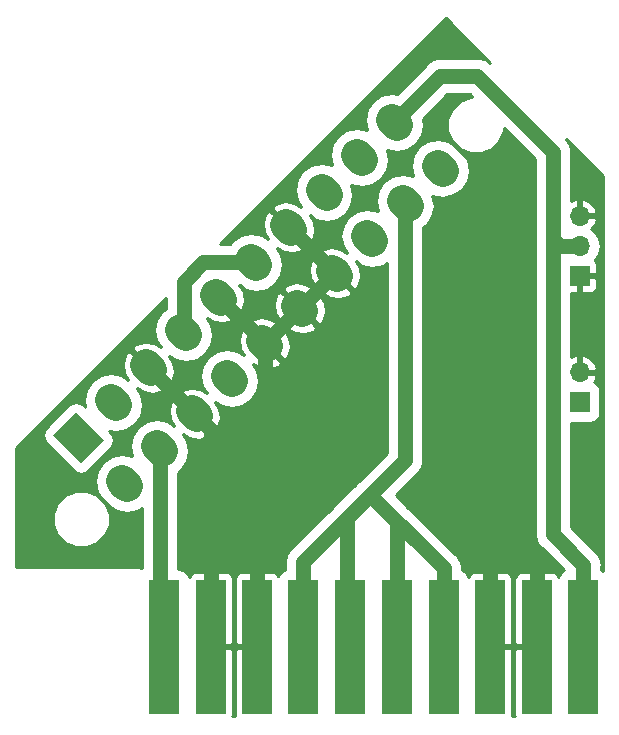
<source format=gbr>
G04 #@! TF.GenerationSoftware,KiCad,Pcbnew,5.0.0-fee4fd1~65~ubuntu17.10.1*
G04 #@! TF.CreationDate,2018-07-28T17:47:53-07:00*
G04 #@! TF.ProjectId,_autosave-ATX2PCjr,5F6175746F736176652D415458325043,rev?*
G04 #@! TF.SameCoordinates,Original*
G04 #@! TF.FileFunction,Copper,L1,Top,Signal*
G04 #@! TF.FilePolarity,Positive*
%FSLAX46Y46*%
G04 Gerber Fmt 4.6, Leading zero omitted, Abs format (unit mm)*
G04 Created by KiCad (PCBNEW 5.0.0-fee4fd1~65~ubuntu17.10.1) date Sat Jul 28 17:47:53 2018*
%MOMM*%
%LPD*%
G01*
G04 APERTURE LIST*
G04 #@! TA.AperFunction,ComponentPad*
%ADD10C,2.700000*%
G04 #@! TD*
G04 #@! TA.AperFunction,Conductor*
%ADD11C,0.100000*%
G04 #@! TD*
G04 #@! TA.AperFunction,Conductor*
%ADD12C,2.700000*%
G04 #@! TD*
G04 #@! TA.AperFunction,SMDPad,CuDef*
%ADD13R,2.500000X11.320000*%
G04 #@! TD*
G04 #@! TA.AperFunction,ComponentPad*
%ADD14R,1.700000X1.700000*%
G04 #@! TD*
G04 #@! TA.AperFunction,ComponentPad*
%ADD15O,1.700000X1.700000*%
G04 #@! TD*
G04 #@! TA.AperFunction,ViaPad*
%ADD16C,1.016000*%
G04 #@! TD*
G04 #@! TA.AperFunction,Conductor*
%ADD17C,1.270000*%
G04 #@! TD*
G04 #@! TA.AperFunction,Conductor*
%ADD18C,0.254000*%
G04 #@! TD*
G04 APERTURE END LIST*
D10*
G04 #@! TO.P,J1,1*
G04 #@! TO.N,Net-(J1-Pad1)*
X101380758Y-71979242D03*
D11*
G04 #@! TD*
G04 #@! TO.N,Net-(J1-Pad1)*
G04 #@! TO.C,J1*
G36*
X101592890Y-74100562D02*
X99259438Y-71767110D01*
X101168626Y-69857922D01*
X103502078Y-72191374D01*
X101592890Y-74100562D01*
X101592890Y-74100562D01*
G37*
D10*
G04 #@! TO.P,J1,2*
G04 #@! TO.N,Net-(J1-Pad2)*
X104350606Y-69009394D03*
D12*
G04 #@! TD*
G04 #@! TO.N,Net-(J1-Pad2)*
G04 #@! TO.C,J1*
X104138474Y-68797262D02*
X104562738Y-69221526D01*
D10*
G04 #@! TO.P,J1,3*
G04 #@! TO.N,/GND*
X107320455Y-66039545D03*
D12*
G04 #@! TD*
G04 #@! TO.N,/GND*
G04 #@! TO.C,J1*
X107108323Y-65827413D02*
X107532587Y-66251677D01*
D10*
G04 #@! TO.P,J1,4*
G04 #@! TO.N,/+5V*
X110290303Y-63069697D03*
D12*
G04 #@! TD*
G04 #@! TO.N,/+5V*
G04 #@! TO.C,J1*
X110078171Y-62857565D02*
X110502435Y-63281829D01*
D10*
G04 #@! TO.P,J1,5*
G04 #@! TO.N,/GND*
X113260152Y-60099848D03*
D12*
G04 #@! TD*
G04 #@! TO.N,/GND*
G04 #@! TO.C,J1*
X113048020Y-59887716D02*
X113472284Y-60311980D01*
D10*
G04 #@! TO.P,J1,6*
G04 #@! TO.N,/+5V*
X116230000Y-57130000D03*
D12*
G04 #@! TD*
G04 #@! TO.N,/+5V*
G04 #@! TO.C,J1*
X116017868Y-56917868D02*
X116442132Y-57342132D01*
D10*
G04 #@! TO.P,J1,7*
G04 #@! TO.N,/GND*
X119199849Y-54160151D03*
D12*
G04 #@! TD*
G04 #@! TO.N,/GND*
G04 #@! TO.C,J1*
X118987717Y-53948019D02*
X119411981Y-54372283D01*
D10*
G04 #@! TO.P,J1,8*
G04 #@! TO.N,Net-(J1-Pad8)*
X122169697Y-51190303D03*
D12*
G04 #@! TD*
G04 #@! TO.N,Net-(J1-Pad8)*
G04 #@! TO.C,J1*
X121957565Y-50978171D02*
X122381829Y-51402435D01*
D10*
G04 #@! TO.P,J1,9*
G04 #@! TO.N,Net-(J1-Pad9)*
X125139546Y-48220454D03*
D12*
G04 #@! TD*
G04 #@! TO.N,Net-(J1-Pad9)*
G04 #@! TO.C,J1*
X124927414Y-48008322D02*
X125351678Y-48432586D01*
D10*
G04 #@! TO.P,J1,10*
G04 #@! TO.N,/+12V*
X128109394Y-45250606D03*
D12*
G04 #@! TD*
G04 #@! TO.N,/+12V*
G04 #@! TO.C,J1*
X127897262Y-45038474D02*
X128321526Y-45462738D01*
D10*
G04 #@! TO.P,J1,11*
G04 #@! TO.N,Net-(J1-Pad11)*
X105269845Y-75868329D03*
D12*
G04 #@! TD*
G04 #@! TO.N,Net-(J1-Pad11)*
G04 #@! TO.C,J1*
X105057713Y-75656197D02*
X105481977Y-76080461D01*
D10*
G04 #@! TO.P,J1,12*
G04 #@! TO.N,/-12V*
X108239694Y-72898481D03*
D12*
G04 #@! TD*
G04 #@! TO.N,/-12V*
G04 #@! TO.C,J1*
X108027562Y-72686349D02*
X108451826Y-73110613D01*
D10*
G04 #@! TO.P,J1,13*
G04 #@! TO.N,/GND*
X111209542Y-69928632D03*
D12*
G04 #@! TD*
G04 #@! TO.N,/GND*
G04 #@! TO.C,J1*
X110997410Y-69716500D02*
X111421674Y-70140764D01*
D10*
G04 #@! TO.P,J1,14*
G04 #@! TO.N,/PS-ON*
X114179391Y-66958784D03*
D12*
G04 #@! TD*
G04 #@! TO.N,/PS-ON*
G04 #@! TO.C,J1*
X113967259Y-66746652D02*
X114391523Y-67170916D01*
D10*
G04 #@! TO.P,J1,15*
G04 #@! TO.N,/GND*
X117149239Y-63988935D03*
D12*
G04 #@! TD*
G04 #@! TO.N,/GND*
G04 #@! TO.C,J1*
X116937107Y-63776803D02*
X117361371Y-64201067D01*
D10*
G04 #@! TO.P,J1,16*
G04 #@! TO.N,/GND*
X120119088Y-61019087D03*
D12*
G04 #@! TD*
G04 #@! TO.N,/GND*
G04 #@! TO.C,J1*
X119906956Y-60806955D02*
X120331220Y-61231219D01*
D10*
G04 #@! TO.P,J1,17*
G04 #@! TO.N,/GND*
X123088936Y-58049238D03*
D12*
G04 #@! TD*
G04 #@! TO.N,/GND*
G04 #@! TO.C,J1*
X122876804Y-57837106D02*
X123301068Y-58261370D01*
D10*
G04 #@! TO.P,J1,18*
G04 #@! TO.N,Net-(J1-Pad18)*
X126058785Y-55079390D03*
D12*
G04 #@! TD*
G04 #@! TO.N,Net-(J1-Pad18)*
G04 #@! TO.C,J1*
X125846653Y-54867258D02*
X126270917Y-55291522D01*
D10*
G04 #@! TO.P,J1,19*
G04 #@! TO.N,/+5V*
X129028633Y-52109541D03*
D12*
G04 #@! TD*
G04 #@! TO.N,/+5V*
G04 #@! TO.C,J1*
X128816501Y-51897409D02*
X129240765Y-52321673D01*
D10*
G04 #@! TO.P,J1,20*
G04 #@! TO.N,/+5V*
X131998482Y-49139693D03*
D12*
G04 #@! TD*
G04 #@! TO.N,/+5V*
G04 #@! TO.C,J1*
X131786350Y-48927561D02*
X132210614Y-49351825D01*
D13*
G04 #@! TO.P,J2,1*
G04 #@! TO.N,/-12V*
X108630000Y-89660000D03*
G04 #@! TO.P,J2,2*
G04 #@! TO.N,/GND*
X112570000Y-89660000D03*
G04 #@! TO.P,J2,3*
X116510000Y-89660000D03*
G04 #@! TO.P,J2,4*
G04 #@! TO.N,/+5V*
X120380000Y-89660000D03*
G04 #@! TO.P,J2,5*
X124380000Y-89660000D03*
G04 #@! TO.P,J2,6*
X128350000Y-89660000D03*
G04 #@! TO.P,J2,7*
X132290000Y-89660000D03*
G04 #@! TO.P,J2,8*
G04 #@! TO.N,/GND*
X136240000Y-89660000D03*
G04 #@! TO.P,J2,9*
X140180000Y-89660000D03*
G04 #@! TO.P,J2,10*
G04 #@! TO.N,/+12V*
X144130000Y-89660000D03*
G04 #@! TD*
D14*
G04 #@! TO.P,J3,1*
G04 #@! TO.N,/PS-ON*
X143810000Y-68950000D03*
D15*
G04 #@! TO.P,J3,2*
G04 #@! TO.N,/GND*
X143810000Y-66410000D03*
G04 #@! TD*
D14*
G04 #@! TO.P,J4,1*
G04 #@! TO.N,/GND*
X143810000Y-58270000D03*
D15*
G04 #@! TO.P,J4,2*
G04 #@! TO.N,/+12V*
X143810000Y-55730000D03*
G04 #@! TO.P,J4,3*
G04 #@! TO.N,/GND*
X143810000Y-53190000D03*
G04 #@! TD*
D16*
G04 #@! TO.N,/GND*
X137900000Y-76830000D03*
X120170000Y-74860000D03*
G04 #@! TD*
D17*
G04 #@! TO.N,/GND*
X112570000Y-75229090D02*
X112570000Y-89660000D01*
X111209542Y-69928632D02*
X112570000Y-71289090D01*
X107320455Y-66039545D02*
X111209542Y-69928632D01*
X113260152Y-60099848D02*
X117149239Y-63988935D01*
X117149239Y-63988935D02*
X117149239Y-68298060D01*
X117149239Y-68298060D02*
X116510000Y-68937299D01*
X116510000Y-75229090D02*
X116510000Y-76830000D01*
X116510000Y-80770000D02*
X116510000Y-89660000D01*
X117149240Y-63988935D02*
X120119088Y-61019087D01*
X117149239Y-63988935D02*
X117149240Y-63988935D01*
X120119088Y-61019086D02*
X123088936Y-58049238D01*
X120119088Y-61019087D02*
X120119088Y-61019086D01*
X123088936Y-58049238D02*
X119199849Y-54160151D01*
X136240000Y-89660000D02*
X136240000Y-82430000D01*
X136240000Y-82430000D02*
X137900000Y-80770000D01*
X137900000Y-76830000D02*
X138220000Y-76830000D01*
X120170000Y-74860000D02*
X116510000Y-74860000D01*
X116510000Y-68937299D02*
X116510000Y-74860000D01*
X116510000Y-74860000D02*
X116510000Y-76830000D01*
X112570000Y-71289090D02*
X112290000Y-71009090D01*
X112570000Y-75229090D02*
X112570000Y-71289090D01*
X111209542Y-69928632D02*
X112290000Y-71009090D01*
X112290000Y-71009090D02*
X116510000Y-75229090D01*
X116510000Y-80770000D02*
X116510000Y-76830000D01*
X140180000Y-82730000D02*
X140180000Y-89660000D01*
X137900000Y-76830000D02*
X137900000Y-80450000D01*
X137900000Y-80450000D02*
X140180000Y-82730000D01*
G04 #@! TO.N,/+5V*
X114589663Y-57130000D02*
X116230000Y-57130000D01*
X111920876Y-57130000D02*
X114589663Y-57130000D01*
X110290303Y-58760573D02*
X111920876Y-57130000D01*
X110290303Y-63069697D02*
X110290303Y-58760573D01*
X120380000Y-82530000D02*
X120380000Y-89660000D01*
X126080000Y-76830000D02*
X120380000Y-82530000D01*
X132290000Y-83040000D02*
X132290000Y-89660000D01*
X126080000Y-76830000D02*
X132290000Y-83040000D01*
X128350000Y-89660000D02*
X128350000Y-79100000D01*
X124380000Y-85250000D02*
X124110000Y-84980000D01*
X124380000Y-89660000D02*
X124380000Y-85250000D01*
X124110000Y-84980000D02*
X124110000Y-78800000D01*
X129028633Y-73881367D02*
X129028633Y-52109541D01*
X126080000Y-76830000D02*
X129028633Y-73881367D01*
G04 #@! TO.N,/+12V*
X135163154Y-41370000D02*
X141562999Y-47769845D01*
X131990000Y-41370000D02*
X135163154Y-41370000D01*
X128109394Y-45250606D02*
X131990000Y-41370000D01*
X142132999Y-55730000D02*
X141562999Y-55160000D01*
X143810000Y-55730000D02*
X142132999Y-55730000D01*
X141562999Y-47769845D02*
X141562999Y-55160000D01*
X144130000Y-82730000D02*
X144130000Y-89660000D01*
X141562999Y-55160000D02*
X141562999Y-80162999D01*
X141562999Y-80162999D02*
X144130000Y-82730000D01*
G04 #@! TO.N,/-12V*
X108239694Y-89269694D02*
X108630000Y-89660000D01*
X108239694Y-76838481D02*
X108239694Y-89269694D01*
X108239694Y-76838481D02*
X108239694Y-72898481D01*
G04 #@! TD*
D18*
G04 #@! TO.N,/GND*
G36*
X136255615Y-40267061D02*
X135757789Y-39934424D01*
X135313251Y-39846000D01*
X135313246Y-39846000D01*
X135163154Y-39816145D01*
X135013062Y-39846000D01*
X132140097Y-39846000D01*
X131990000Y-39816144D01*
X131839903Y-39846000D01*
X131395365Y-39934424D01*
X130891258Y-40271258D01*
X130806234Y-40398505D01*
X128357568Y-42847171D01*
X127897262Y-42755610D01*
X127023648Y-42929384D01*
X126283034Y-43424246D01*
X125788172Y-44164860D01*
X125614398Y-45038474D01*
X125784980Y-45896040D01*
X124927414Y-45725458D01*
X124053800Y-45899232D01*
X123313186Y-46394094D01*
X122818324Y-47134708D01*
X122644550Y-48008322D01*
X122815132Y-48865889D01*
X121957565Y-48695307D01*
X121083951Y-48869081D01*
X120343337Y-49363943D01*
X119848475Y-50104557D01*
X119674701Y-50978171D01*
X119848475Y-51851785D01*
X120218423Y-52405452D01*
X120220819Y-52407848D01*
X119630011Y-52065518D01*
X118860717Y-51963020D01*
X118110758Y-52162719D01*
X117926099Y-52270762D01*
X117789292Y-52569989D01*
X119199849Y-53980546D01*
X119213992Y-53966404D01*
X119393597Y-54146009D01*
X119379454Y-54160151D01*
X120790011Y-55570708D01*
X121089238Y-55433901D01*
X121197281Y-55249242D01*
X121396980Y-54499283D01*
X121294482Y-53729989D01*
X120952152Y-53139181D01*
X120954548Y-53141577D01*
X121508215Y-53511526D01*
X122381829Y-53685299D01*
X123255443Y-53511526D01*
X123996057Y-53016663D01*
X124490920Y-52276049D01*
X124664693Y-51402435D01*
X124494112Y-50544869D01*
X125351678Y-50715450D01*
X126225292Y-50541677D01*
X126965906Y-50046814D01*
X127460769Y-49306200D01*
X127634542Y-48432586D01*
X127463961Y-47575021D01*
X128321526Y-47745602D01*
X129195140Y-47571829D01*
X129935754Y-47076966D01*
X130430617Y-46336352D01*
X130604390Y-45462738D01*
X130512829Y-45002432D01*
X132621261Y-42894000D01*
X134531893Y-42894000D01*
X134739915Y-43102022D01*
X134521412Y-43102022D01*
X133643354Y-43465726D01*
X132971318Y-44137762D01*
X132607614Y-45015820D01*
X132607614Y-45966224D01*
X132971318Y-46844282D01*
X133643354Y-47516318D01*
X134521412Y-47880022D01*
X135471816Y-47880022D01*
X136349874Y-47516318D01*
X137021910Y-46844282D01*
X137385614Y-45966224D01*
X137385614Y-45747721D01*
X140038999Y-48401106D01*
X140039000Y-55009899D01*
X140038999Y-55009904D01*
X140038999Y-55009908D01*
X140009144Y-55160000D01*
X140038999Y-55310092D01*
X140039000Y-80012902D01*
X140009144Y-80162999D01*
X140127424Y-80757634D01*
X140379234Y-81134495D01*
X140379236Y-81134497D01*
X140464258Y-81261741D01*
X140591502Y-81346763D01*
X142457712Y-83212973D01*
X142239067Y-83359067D01*
X142042581Y-83653130D01*
X142020215Y-83765570D01*
X141968327Y-83640301D01*
X141789698Y-83461673D01*
X141556309Y-83365000D01*
X140465750Y-83365000D01*
X140307000Y-83523750D01*
X140307000Y-89533000D01*
X140327000Y-89533000D01*
X140327000Y-89787000D01*
X140307000Y-89787000D01*
X140307000Y-89807000D01*
X140053000Y-89807000D01*
X140053000Y-89787000D01*
X138453750Y-89787000D01*
X138295000Y-89945750D01*
X138295000Y-95446310D01*
X138330080Y-95531000D01*
X138089920Y-95531000D01*
X138125000Y-95446310D01*
X138125000Y-89945750D01*
X137966250Y-89787000D01*
X136367000Y-89787000D01*
X136367000Y-89807000D01*
X136113000Y-89807000D01*
X136113000Y-89787000D01*
X136093000Y-89787000D01*
X136093000Y-89533000D01*
X136113000Y-89533000D01*
X136113000Y-83523750D01*
X136367000Y-83523750D01*
X136367000Y-89533000D01*
X137966250Y-89533000D01*
X138125000Y-89374250D01*
X138125000Y-83873690D01*
X138295000Y-83873690D01*
X138295000Y-89374250D01*
X138453750Y-89533000D01*
X140053000Y-89533000D01*
X140053000Y-83523750D01*
X139894250Y-83365000D01*
X138803691Y-83365000D01*
X138570302Y-83461673D01*
X138391673Y-83640301D01*
X138295000Y-83873690D01*
X138125000Y-83873690D01*
X138028327Y-83640301D01*
X137849698Y-83461673D01*
X137616309Y-83365000D01*
X136525750Y-83365000D01*
X136367000Y-83523750D01*
X136113000Y-83523750D01*
X135954250Y-83365000D01*
X134863691Y-83365000D01*
X134630302Y-83461673D01*
X134451673Y-83640301D01*
X134399785Y-83765570D01*
X134377419Y-83653130D01*
X134180933Y-83359067D01*
X133886870Y-83162581D01*
X133822037Y-83149685D01*
X133843855Y-83039999D01*
X133814000Y-82889907D01*
X133814000Y-82889903D01*
X133725576Y-82445365D01*
X133518441Y-82135366D01*
X133473765Y-82068503D01*
X133473764Y-82068502D01*
X133388742Y-81941258D01*
X133261499Y-81856237D01*
X129533765Y-78128503D01*
X129448742Y-78001258D01*
X129321497Y-77916235D01*
X128235261Y-76830000D01*
X130000129Y-75065132D01*
X130127375Y-74980109D01*
X130464209Y-74476002D01*
X130552633Y-74031464D01*
X130552633Y-74031460D01*
X130582488Y-73881367D01*
X130552633Y-73731274D01*
X130552633Y-54137932D01*
X130854993Y-53935901D01*
X131349856Y-53195287D01*
X131523629Y-52321673D01*
X131353048Y-51464108D01*
X132210614Y-51634689D01*
X133084228Y-51460916D01*
X133824842Y-50966053D01*
X134319705Y-50225439D01*
X134493478Y-49351825D01*
X134319705Y-48478211D01*
X133949756Y-47924544D01*
X133213631Y-47188419D01*
X132659964Y-46818471D01*
X131786350Y-46644697D01*
X130912736Y-46818471D01*
X130172122Y-47313333D01*
X129677260Y-48053947D01*
X129503486Y-48927561D01*
X129674068Y-49785127D01*
X128816501Y-49614545D01*
X127942887Y-49788319D01*
X127202273Y-50283181D01*
X126707411Y-51023795D01*
X126533637Y-51897409D01*
X126704219Y-52754976D01*
X125846653Y-52584394D01*
X124973039Y-52758168D01*
X124232425Y-53253030D01*
X123737563Y-53993644D01*
X123563789Y-54867258D01*
X123737563Y-55740872D01*
X124107511Y-56294539D01*
X124109909Y-56296937D01*
X123519098Y-55954605D01*
X122749804Y-55852107D01*
X121999845Y-56051806D01*
X121815186Y-56159849D01*
X121678379Y-56459076D01*
X123088936Y-57869633D01*
X123103078Y-57855490D01*
X123282684Y-58035096D01*
X123268541Y-58049238D01*
X124679098Y-59459795D01*
X124978325Y-59322988D01*
X125086368Y-59138329D01*
X125286067Y-58388370D01*
X125183569Y-57619076D01*
X124841237Y-57028265D01*
X124843636Y-57030664D01*
X125397303Y-57400613D01*
X126270917Y-57574386D01*
X127144531Y-57400613D01*
X127504634Y-57160000D01*
X127504633Y-73250106D01*
X125108506Y-75646233D01*
X125108503Y-75646235D01*
X125108501Y-75646237D01*
X124981258Y-75731258D01*
X124896237Y-75858501D01*
X123138501Y-77616238D01*
X123011259Y-77701258D01*
X122926239Y-77828500D01*
X119408504Y-81346235D01*
X119281258Y-81431258D01*
X118944424Y-81935366D01*
X118856000Y-82379904D01*
X118856000Y-82379908D01*
X118826145Y-82530000D01*
X118856000Y-82680092D01*
X118856000Y-83148086D01*
X118783130Y-83162581D01*
X118489067Y-83359067D01*
X118299408Y-83642912D01*
X118298327Y-83640301D01*
X118119698Y-83461673D01*
X117886309Y-83365000D01*
X116795750Y-83365000D01*
X116637000Y-83523750D01*
X116637000Y-89533000D01*
X116657000Y-89533000D01*
X116657000Y-89787000D01*
X116637000Y-89787000D01*
X116637000Y-89807000D01*
X116383000Y-89807000D01*
X116383000Y-89787000D01*
X114783750Y-89787000D01*
X114625000Y-89945750D01*
X114625000Y-95446310D01*
X114660080Y-95531000D01*
X114419920Y-95531000D01*
X114455000Y-95446310D01*
X114455000Y-89945750D01*
X114296250Y-89787000D01*
X112697000Y-89787000D01*
X112697000Y-89807000D01*
X112443000Y-89807000D01*
X112443000Y-89787000D01*
X112423000Y-89787000D01*
X112423000Y-89533000D01*
X112443000Y-89533000D01*
X112443000Y-83523750D01*
X112697000Y-83523750D01*
X112697000Y-89533000D01*
X114296250Y-89533000D01*
X114455000Y-89374250D01*
X114455000Y-83873690D01*
X114625000Y-83873690D01*
X114625000Y-89374250D01*
X114783750Y-89533000D01*
X116383000Y-89533000D01*
X116383000Y-83523750D01*
X116224250Y-83365000D01*
X115133691Y-83365000D01*
X114900302Y-83461673D01*
X114721673Y-83640301D01*
X114625000Y-83873690D01*
X114455000Y-83873690D01*
X114358327Y-83640301D01*
X114179698Y-83461673D01*
X113946309Y-83365000D01*
X112855750Y-83365000D01*
X112697000Y-83523750D01*
X112443000Y-83523750D01*
X112284250Y-83365000D01*
X111193691Y-83365000D01*
X110960302Y-83461673D01*
X110781673Y-83640301D01*
X110736541Y-83749260D01*
X110717419Y-83653130D01*
X110520933Y-83359067D01*
X110226870Y-83162581D01*
X109880000Y-83093584D01*
X109763694Y-83093584D01*
X109763694Y-74926872D01*
X110066054Y-74724841D01*
X110560917Y-73984227D01*
X110734690Y-73110613D01*
X110560917Y-72236999D01*
X110190968Y-71683332D01*
X110188569Y-71680933D01*
X110779380Y-72023265D01*
X111548674Y-72125763D01*
X112298633Y-71926064D01*
X112483292Y-71818021D01*
X112620099Y-71518794D01*
X111209542Y-70108237D01*
X111195400Y-70122380D01*
X111015794Y-69942774D01*
X111029937Y-69928632D01*
X109619380Y-68518075D01*
X109320153Y-68654882D01*
X109212110Y-68839541D01*
X109012411Y-69589500D01*
X109114909Y-70358794D01*
X109457241Y-70949605D01*
X109454843Y-70947207D01*
X108901176Y-70577259D01*
X108027562Y-70403485D01*
X107153948Y-70577259D01*
X106413334Y-71072121D01*
X105918472Y-71812735D01*
X105744698Y-72686349D01*
X105915280Y-73543915D01*
X105057713Y-73373333D01*
X104184099Y-73547107D01*
X103443485Y-74041969D01*
X102948623Y-74782583D01*
X102774849Y-75656197D01*
X102948623Y-76529811D01*
X103318571Y-77083478D01*
X104054696Y-77819603D01*
X104608363Y-78189552D01*
X105481977Y-78363325D01*
X106355591Y-78189552D01*
X106715694Y-77948939D01*
X106715694Y-83002591D01*
X106712783Y-83000646D01*
X106498388Y-82958000D01*
X106426000Y-82943601D01*
X106353612Y-82958000D01*
X96112000Y-82958000D01*
X96112000Y-78391260D01*
X99232174Y-78391260D01*
X99232174Y-79341664D01*
X99595878Y-80219722D01*
X100267914Y-80891758D01*
X101145972Y-81255462D01*
X102096376Y-81255462D01*
X102974434Y-80891758D01*
X103646470Y-80219722D01*
X104010174Y-79341664D01*
X104010174Y-78391260D01*
X103646470Y-77513202D01*
X102974434Y-76841166D01*
X102096376Y-76477462D01*
X101145972Y-76477462D01*
X100267914Y-76841166D01*
X99595878Y-77513202D01*
X99232174Y-78391260D01*
X96112000Y-78391260D01*
X96112000Y-72821446D01*
X97166336Y-71767110D01*
X98353022Y-71767110D01*
X98422019Y-72113980D01*
X98618505Y-72408043D01*
X100951957Y-74741495D01*
X101246020Y-74937981D01*
X101592890Y-75006978D01*
X101939760Y-74937981D01*
X102233823Y-74741495D01*
X104143011Y-72832307D01*
X104339497Y-72538244D01*
X104408494Y-72191374D01*
X104339497Y-71844504D01*
X104143011Y-71550441D01*
X103981306Y-71388736D01*
X104562738Y-71504390D01*
X105436352Y-71330617D01*
X106176966Y-70835754D01*
X106671829Y-70095140D01*
X106845602Y-69221526D01*
X106671829Y-68347912D01*
X106665521Y-68338470D01*
X109798985Y-68338470D01*
X111209542Y-69749027D01*
X111223684Y-69734884D01*
X111403290Y-69914490D01*
X111389147Y-69928632D01*
X112799704Y-71339189D01*
X113098931Y-71202382D01*
X113206974Y-71017723D01*
X113406673Y-70267764D01*
X113304175Y-69498470D01*
X112961843Y-68907659D01*
X112964242Y-68910058D01*
X113517909Y-69280007D01*
X114391523Y-69453780D01*
X115265137Y-69280007D01*
X116005751Y-68785144D01*
X116500614Y-68044530D01*
X116674387Y-67170916D01*
X116500614Y-66297302D01*
X116130665Y-65743635D01*
X116128266Y-65741236D01*
X116719077Y-66083568D01*
X117488371Y-66186066D01*
X118238330Y-65986367D01*
X118422989Y-65878324D01*
X118559796Y-65579097D01*
X117149239Y-64168540D01*
X117135097Y-64182683D01*
X116955491Y-64003077D01*
X116969634Y-63988935D01*
X117328844Y-63988935D01*
X118739401Y-65399492D01*
X119038628Y-65262685D01*
X119146671Y-65078026D01*
X119346370Y-64328067D01*
X119243872Y-63558773D01*
X118854781Y-62887263D01*
X118642649Y-62675131D01*
X117328844Y-63988935D01*
X116969634Y-63988935D01*
X115559077Y-62578378D01*
X115259850Y-62715185D01*
X115151807Y-62899844D01*
X114952108Y-63649803D01*
X115054606Y-64419097D01*
X115396938Y-65009908D01*
X115394540Y-65007510D01*
X114840873Y-64637562D01*
X113967259Y-64463788D01*
X113093645Y-64637562D01*
X112353031Y-65132424D01*
X111858169Y-65873038D01*
X111684395Y-66746652D01*
X111858169Y-67620266D01*
X112228117Y-68173933D01*
X112230515Y-68176331D01*
X111639704Y-67833999D01*
X110870410Y-67731501D01*
X110120451Y-67931200D01*
X109935792Y-68039243D01*
X109798985Y-68338470D01*
X106665521Y-68338470D01*
X106301880Y-67794245D01*
X106299480Y-67791845D01*
X106890293Y-68134178D01*
X107659587Y-68236676D01*
X108409546Y-68036977D01*
X108594205Y-67928934D01*
X108731012Y-67629707D01*
X107320455Y-66219150D01*
X107306313Y-66233293D01*
X107126708Y-66053688D01*
X107140850Y-66039545D01*
X105730293Y-64628988D01*
X105431066Y-64765795D01*
X105323023Y-64950454D01*
X105123324Y-65700413D01*
X105225822Y-66469707D01*
X105568155Y-67060520D01*
X105565755Y-67058120D01*
X105012088Y-66688172D01*
X104138474Y-66514398D01*
X103264860Y-66688172D01*
X102524246Y-67183034D01*
X102029384Y-67923648D01*
X101855610Y-68797262D01*
X101971265Y-69378695D01*
X101809559Y-69216989D01*
X101515496Y-69020503D01*
X101168626Y-68951506D01*
X100821756Y-69020503D01*
X100527693Y-69216989D01*
X98618505Y-71126177D01*
X98422019Y-71420240D01*
X98353022Y-71767110D01*
X97166336Y-71767110D01*
X108766304Y-60167143D01*
X108766303Y-61041306D01*
X108463943Y-61243337D01*
X107969081Y-61983951D01*
X107795307Y-62857565D01*
X107969081Y-63731179D01*
X108339029Y-64284846D01*
X108341425Y-64287242D01*
X107750617Y-63944912D01*
X106981323Y-63842414D01*
X106231364Y-64042113D01*
X106046705Y-64150156D01*
X105909898Y-64449383D01*
X107320455Y-65859940D01*
X107334598Y-65845798D01*
X107514203Y-66025403D01*
X107500060Y-66039545D01*
X108910617Y-67450102D01*
X109209844Y-67313295D01*
X109317887Y-67128636D01*
X109517586Y-66378677D01*
X109415088Y-65609383D01*
X109072758Y-65018575D01*
X109075154Y-65020971D01*
X109628821Y-65390920D01*
X110502435Y-65564693D01*
X111376049Y-65390920D01*
X112116663Y-64896057D01*
X112611526Y-64155443D01*
X112785299Y-63281829D01*
X112611526Y-62408215D01*
X112605218Y-62398773D01*
X115738682Y-62398773D01*
X117149239Y-63809330D01*
X118446071Y-62512497D01*
X118805284Y-62512497D01*
X119017416Y-62724629D01*
X119688926Y-63113720D01*
X120458220Y-63216218D01*
X121208179Y-63016519D01*
X121392838Y-62908476D01*
X121529645Y-62609249D01*
X120119088Y-61198692D01*
X118805284Y-62512497D01*
X118446071Y-62512497D01*
X118463043Y-62495525D01*
X118250911Y-62283393D01*
X117579401Y-61894302D01*
X116810107Y-61791804D01*
X116060148Y-61991503D01*
X115875489Y-62099546D01*
X115738682Y-62398773D01*
X112605218Y-62398773D01*
X112241577Y-61854548D01*
X112239177Y-61852148D01*
X112829990Y-62194481D01*
X113599284Y-62296979D01*
X114349243Y-62097280D01*
X114533902Y-61989237D01*
X114670709Y-61690010D01*
X113260152Y-60279453D01*
X113246010Y-60293596D01*
X113066404Y-60113990D01*
X113080547Y-60099848D01*
X113066405Y-60085706D01*
X113246010Y-59906101D01*
X113260152Y-59920243D01*
X113274294Y-59906100D01*
X113453900Y-60085706D01*
X113439757Y-60099848D01*
X114850314Y-61510405D01*
X115149541Y-61373598D01*
X115257584Y-61188939D01*
X115393116Y-60679955D01*
X117921957Y-60679955D01*
X118024455Y-61449249D01*
X118413546Y-62120759D01*
X118625678Y-62332891D01*
X119939483Y-61019087D01*
X120298693Y-61019087D01*
X121709250Y-62429644D01*
X122008477Y-62292837D01*
X122116520Y-62108178D01*
X122316219Y-61358219D01*
X122213721Y-60588925D01*
X121824630Y-59917415D01*
X121612498Y-59705283D01*
X120298693Y-61019087D01*
X119939483Y-61019087D01*
X118528926Y-59608530D01*
X118229699Y-59745337D01*
X118121656Y-59929996D01*
X117921957Y-60679955D01*
X115393116Y-60679955D01*
X115457283Y-60438980D01*
X115354785Y-59669686D01*
X115012455Y-59078878D01*
X115014851Y-59081274D01*
X115568518Y-59451223D01*
X116442132Y-59624996D01*
X117315746Y-59451223D01*
X117349117Y-59428925D01*
X118708531Y-59428925D01*
X120119088Y-60839482D01*
X121415921Y-59542648D01*
X121775132Y-59542648D01*
X121987264Y-59754780D01*
X122658774Y-60143871D01*
X123428068Y-60246369D01*
X124178027Y-60046670D01*
X124362686Y-59938627D01*
X124499493Y-59639400D01*
X123088936Y-58228843D01*
X121775132Y-59542648D01*
X121415921Y-59542648D01*
X121432892Y-59525677D01*
X121220760Y-59313545D01*
X120549250Y-58924454D01*
X119779956Y-58821956D01*
X119029997Y-59021655D01*
X118845338Y-59129698D01*
X118708531Y-59428925D01*
X117349117Y-59428925D01*
X118056360Y-58956360D01*
X118551223Y-58215746D01*
X118651801Y-57710106D01*
X120891805Y-57710106D01*
X120994303Y-58479400D01*
X121383394Y-59150910D01*
X121595526Y-59363042D01*
X122909331Y-58049238D01*
X121498774Y-56638681D01*
X121199547Y-56775488D01*
X121091504Y-56960147D01*
X120891805Y-57710106D01*
X118651801Y-57710106D01*
X118724996Y-57342132D01*
X118551223Y-56468518D01*
X118181274Y-55914851D01*
X118178874Y-55912451D01*
X118769687Y-56254784D01*
X119538981Y-56357282D01*
X120288940Y-56157583D01*
X120473599Y-56049540D01*
X120610406Y-55750313D01*
X119199849Y-54339756D01*
X119185707Y-54353899D01*
X119006102Y-54174294D01*
X119020244Y-54160151D01*
X117609687Y-52749594D01*
X117310460Y-52886401D01*
X117202417Y-53071060D01*
X117002718Y-53821019D01*
X117105216Y-54590313D01*
X117447549Y-55181126D01*
X117445149Y-55178726D01*
X116891482Y-54808778D01*
X116017868Y-54635004D01*
X115144254Y-54808778D01*
X114403640Y-55303640D01*
X114201610Y-55606000D01*
X113327446Y-55606000D01*
X132461000Y-36472447D01*
X136255615Y-40267061D01*
X136255615Y-40267061D01*
G37*
X136255615Y-40267061D02*
X135757789Y-39934424D01*
X135313251Y-39846000D01*
X135313246Y-39846000D01*
X135163154Y-39816145D01*
X135013062Y-39846000D01*
X132140097Y-39846000D01*
X131990000Y-39816144D01*
X131839903Y-39846000D01*
X131395365Y-39934424D01*
X130891258Y-40271258D01*
X130806234Y-40398505D01*
X128357568Y-42847171D01*
X127897262Y-42755610D01*
X127023648Y-42929384D01*
X126283034Y-43424246D01*
X125788172Y-44164860D01*
X125614398Y-45038474D01*
X125784980Y-45896040D01*
X124927414Y-45725458D01*
X124053800Y-45899232D01*
X123313186Y-46394094D01*
X122818324Y-47134708D01*
X122644550Y-48008322D01*
X122815132Y-48865889D01*
X121957565Y-48695307D01*
X121083951Y-48869081D01*
X120343337Y-49363943D01*
X119848475Y-50104557D01*
X119674701Y-50978171D01*
X119848475Y-51851785D01*
X120218423Y-52405452D01*
X120220819Y-52407848D01*
X119630011Y-52065518D01*
X118860717Y-51963020D01*
X118110758Y-52162719D01*
X117926099Y-52270762D01*
X117789292Y-52569989D01*
X119199849Y-53980546D01*
X119213992Y-53966404D01*
X119393597Y-54146009D01*
X119379454Y-54160151D01*
X120790011Y-55570708D01*
X121089238Y-55433901D01*
X121197281Y-55249242D01*
X121396980Y-54499283D01*
X121294482Y-53729989D01*
X120952152Y-53139181D01*
X120954548Y-53141577D01*
X121508215Y-53511526D01*
X122381829Y-53685299D01*
X123255443Y-53511526D01*
X123996057Y-53016663D01*
X124490920Y-52276049D01*
X124664693Y-51402435D01*
X124494112Y-50544869D01*
X125351678Y-50715450D01*
X126225292Y-50541677D01*
X126965906Y-50046814D01*
X127460769Y-49306200D01*
X127634542Y-48432586D01*
X127463961Y-47575021D01*
X128321526Y-47745602D01*
X129195140Y-47571829D01*
X129935754Y-47076966D01*
X130430617Y-46336352D01*
X130604390Y-45462738D01*
X130512829Y-45002432D01*
X132621261Y-42894000D01*
X134531893Y-42894000D01*
X134739915Y-43102022D01*
X134521412Y-43102022D01*
X133643354Y-43465726D01*
X132971318Y-44137762D01*
X132607614Y-45015820D01*
X132607614Y-45966224D01*
X132971318Y-46844282D01*
X133643354Y-47516318D01*
X134521412Y-47880022D01*
X135471816Y-47880022D01*
X136349874Y-47516318D01*
X137021910Y-46844282D01*
X137385614Y-45966224D01*
X137385614Y-45747721D01*
X140038999Y-48401106D01*
X140039000Y-55009899D01*
X140038999Y-55009904D01*
X140038999Y-55009908D01*
X140009144Y-55160000D01*
X140038999Y-55310092D01*
X140039000Y-80012902D01*
X140009144Y-80162999D01*
X140127424Y-80757634D01*
X140379234Y-81134495D01*
X140379236Y-81134497D01*
X140464258Y-81261741D01*
X140591502Y-81346763D01*
X142457712Y-83212973D01*
X142239067Y-83359067D01*
X142042581Y-83653130D01*
X142020215Y-83765570D01*
X141968327Y-83640301D01*
X141789698Y-83461673D01*
X141556309Y-83365000D01*
X140465750Y-83365000D01*
X140307000Y-83523750D01*
X140307000Y-89533000D01*
X140327000Y-89533000D01*
X140327000Y-89787000D01*
X140307000Y-89787000D01*
X140307000Y-89807000D01*
X140053000Y-89807000D01*
X140053000Y-89787000D01*
X138453750Y-89787000D01*
X138295000Y-89945750D01*
X138295000Y-95446310D01*
X138330080Y-95531000D01*
X138089920Y-95531000D01*
X138125000Y-95446310D01*
X138125000Y-89945750D01*
X137966250Y-89787000D01*
X136367000Y-89787000D01*
X136367000Y-89807000D01*
X136113000Y-89807000D01*
X136113000Y-89787000D01*
X136093000Y-89787000D01*
X136093000Y-89533000D01*
X136113000Y-89533000D01*
X136113000Y-83523750D01*
X136367000Y-83523750D01*
X136367000Y-89533000D01*
X137966250Y-89533000D01*
X138125000Y-89374250D01*
X138125000Y-83873690D01*
X138295000Y-83873690D01*
X138295000Y-89374250D01*
X138453750Y-89533000D01*
X140053000Y-89533000D01*
X140053000Y-83523750D01*
X139894250Y-83365000D01*
X138803691Y-83365000D01*
X138570302Y-83461673D01*
X138391673Y-83640301D01*
X138295000Y-83873690D01*
X138125000Y-83873690D01*
X138028327Y-83640301D01*
X137849698Y-83461673D01*
X137616309Y-83365000D01*
X136525750Y-83365000D01*
X136367000Y-83523750D01*
X136113000Y-83523750D01*
X135954250Y-83365000D01*
X134863691Y-83365000D01*
X134630302Y-83461673D01*
X134451673Y-83640301D01*
X134399785Y-83765570D01*
X134377419Y-83653130D01*
X134180933Y-83359067D01*
X133886870Y-83162581D01*
X133822037Y-83149685D01*
X133843855Y-83039999D01*
X133814000Y-82889907D01*
X133814000Y-82889903D01*
X133725576Y-82445365D01*
X133518441Y-82135366D01*
X133473765Y-82068503D01*
X133473764Y-82068502D01*
X133388742Y-81941258D01*
X133261499Y-81856237D01*
X129533765Y-78128503D01*
X129448742Y-78001258D01*
X129321497Y-77916235D01*
X128235261Y-76830000D01*
X130000129Y-75065132D01*
X130127375Y-74980109D01*
X130464209Y-74476002D01*
X130552633Y-74031464D01*
X130552633Y-74031460D01*
X130582488Y-73881367D01*
X130552633Y-73731274D01*
X130552633Y-54137932D01*
X130854993Y-53935901D01*
X131349856Y-53195287D01*
X131523629Y-52321673D01*
X131353048Y-51464108D01*
X132210614Y-51634689D01*
X133084228Y-51460916D01*
X133824842Y-50966053D01*
X134319705Y-50225439D01*
X134493478Y-49351825D01*
X134319705Y-48478211D01*
X133949756Y-47924544D01*
X133213631Y-47188419D01*
X132659964Y-46818471D01*
X131786350Y-46644697D01*
X130912736Y-46818471D01*
X130172122Y-47313333D01*
X129677260Y-48053947D01*
X129503486Y-48927561D01*
X129674068Y-49785127D01*
X128816501Y-49614545D01*
X127942887Y-49788319D01*
X127202273Y-50283181D01*
X126707411Y-51023795D01*
X126533637Y-51897409D01*
X126704219Y-52754976D01*
X125846653Y-52584394D01*
X124973039Y-52758168D01*
X124232425Y-53253030D01*
X123737563Y-53993644D01*
X123563789Y-54867258D01*
X123737563Y-55740872D01*
X124107511Y-56294539D01*
X124109909Y-56296937D01*
X123519098Y-55954605D01*
X122749804Y-55852107D01*
X121999845Y-56051806D01*
X121815186Y-56159849D01*
X121678379Y-56459076D01*
X123088936Y-57869633D01*
X123103078Y-57855490D01*
X123282684Y-58035096D01*
X123268541Y-58049238D01*
X124679098Y-59459795D01*
X124978325Y-59322988D01*
X125086368Y-59138329D01*
X125286067Y-58388370D01*
X125183569Y-57619076D01*
X124841237Y-57028265D01*
X124843636Y-57030664D01*
X125397303Y-57400613D01*
X126270917Y-57574386D01*
X127144531Y-57400613D01*
X127504634Y-57160000D01*
X127504633Y-73250106D01*
X125108506Y-75646233D01*
X125108503Y-75646235D01*
X125108501Y-75646237D01*
X124981258Y-75731258D01*
X124896237Y-75858501D01*
X123138501Y-77616238D01*
X123011259Y-77701258D01*
X122926239Y-77828500D01*
X119408504Y-81346235D01*
X119281258Y-81431258D01*
X118944424Y-81935366D01*
X118856000Y-82379904D01*
X118856000Y-82379908D01*
X118826145Y-82530000D01*
X118856000Y-82680092D01*
X118856000Y-83148086D01*
X118783130Y-83162581D01*
X118489067Y-83359067D01*
X118299408Y-83642912D01*
X118298327Y-83640301D01*
X118119698Y-83461673D01*
X117886309Y-83365000D01*
X116795750Y-83365000D01*
X116637000Y-83523750D01*
X116637000Y-89533000D01*
X116657000Y-89533000D01*
X116657000Y-89787000D01*
X116637000Y-89787000D01*
X116637000Y-89807000D01*
X116383000Y-89807000D01*
X116383000Y-89787000D01*
X114783750Y-89787000D01*
X114625000Y-89945750D01*
X114625000Y-95446310D01*
X114660080Y-95531000D01*
X114419920Y-95531000D01*
X114455000Y-95446310D01*
X114455000Y-89945750D01*
X114296250Y-89787000D01*
X112697000Y-89787000D01*
X112697000Y-89807000D01*
X112443000Y-89807000D01*
X112443000Y-89787000D01*
X112423000Y-89787000D01*
X112423000Y-89533000D01*
X112443000Y-89533000D01*
X112443000Y-83523750D01*
X112697000Y-83523750D01*
X112697000Y-89533000D01*
X114296250Y-89533000D01*
X114455000Y-89374250D01*
X114455000Y-83873690D01*
X114625000Y-83873690D01*
X114625000Y-89374250D01*
X114783750Y-89533000D01*
X116383000Y-89533000D01*
X116383000Y-83523750D01*
X116224250Y-83365000D01*
X115133691Y-83365000D01*
X114900302Y-83461673D01*
X114721673Y-83640301D01*
X114625000Y-83873690D01*
X114455000Y-83873690D01*
X114358327Y-83640301D01*
X114179698Y-83461673D01*
X113946309Y-83365000D01*
X112855750Y-83365000D01*
X112697000Y-83523750D01*
X112443000Y-83523750D01*
X112284250Y-83365000D01*
X111193691Y-83365000D01*
X110960302Y-83461673D01*
X110781673Y-83640301D01*
X110736541Y-83749260D01*
X110717419Y-83653130D01*
X110520933Y-83359067D01*
X110226870Y-83162581D01*
X109880000Y-83093584D01*
X109763694Y-83093584D01*
X109763694Y-74926872D01*
X110066054Y-74724841D01*
X110560917Y-73984227D01*
X110734690Y-73110613D01*
X110560917Y-72236999D01*
X110190968Y-71683332D01*
X110188569Y-71680933D01*
X110779380Y-72023265D01*
X111548674Y-72125763D01*
X112298633Y-71926064D01*
X112483292Y-71818021D01*
X112620099Y-71518794D01*
X111209542Y-70108237D01*
X111195400Y-70122380D01*
X111015794Y-69942774D01*
X111029937Y-69928632D01*
X109619380Y-68518075D01*
X109320153Y-68654882D01*
X109212110Y-68839541D01*
X109012411Y-69589500D01*
X109114909Y-70358794D01*
X109457241Y-70949605D01*
X109454843Y-70947207D01*
X108901176Y-70577259D01*
X108027562Y-70403485D01*
X107153948Y-70577259D01*
X106413334Y-71072121D01*
X105918472Y-71812735D01*
X105744698Y-72686349D01*
X105915280Y-73543915D01*
X105057713Y-73373333D01*
X104184099Y-73547107D01*
X103443485Y-74041969D01*
X102948623Y-74782583D01*
X102774849Y-75656197D01*
X102948623Y-76529811D01*
X103318571Y-77083478D01*
X104054696Y-77819603D01*
X104608363Y-78189552D01*
X105481977Y-78363325D01*
X106355591Y-78189552D01*
X106715694Y-77948939D01*
X106715694Y-83002591D01*
X106712783Y-83000646D01*
X106498388Y-82958000D01*
X106426000Y-82943601D01*
X106353612Y-82958000D01*
X96112000Y-82958000D01*
X96112000Y-78391260D01*
X99232174Y-78391260D01*
X99232174Y-79341664D01*
X99595878Y-80219722D01*
X100267914Y-80891758D01*
X101145972Y-81255462D01*
X102096376Y-81255462D01*
X102974434Y-80891758D01*
X103646470Y-80219722D01*
X104010174Y-79341664D01*
X104010174Y-78391260D01*
X103646470Y-77513202D01*
X102974434Y-76841166D01*
X102096376Y-76477462D01*
X101145972Y-76477462D01*
X100267914Y-76841166D01*
X99595878Y-77513202D01*
X99232174Y-78391260D01*
X96112000Y-78391260D01*
X96112000Y-72821446D01*
X97166336Y-71767110D01*
X98353022Y-71767110D01*
X98422019Y-72113980D01*
X98618505Y-72408043D01*
X100951957Y-74741495D01*
X101246020Y-74937981D01*
X101592890Y-75006978D01*
X101939760Y-74937981D01*
X102233823Y-74741495D01*
X104143011Y-72832307D01*
X104339497Y-72538244D01*
X104408494Y-72191374D01*
X104339497Y-71844504D01*
X104143011Y-71550441D01*
X103981306Y-71388736D01*
X104562738Y-71504390D01*
X105436352Y-71330617D01*
X106176966Y-70835754D01*
X106671829Y-70095140D01*
X106845602Y-69221526D01*
X106671829Y-68347912D01*
X106665521Y-68338470D01*
X109798985Y-68338470D01*
X111209542Y-69749027D01*
X111223684Y-69734884D01*
X111403290Y-69914490D01*
X111389147Y-69928632D01*
X112799704Y-71339189D01*
X113098931Y-71202382D01*
X113206974Y-71017723D01*
X113406673Y-70267764D01*
X113304175Y-69498470D01*
X112961843Y-68907659D01*
X112964242Y-68910058D01*
X113517909Y-69280007D01*
X114391523Y-69453780D01*
X115265137Y-69280007D01*
X116005751Y-68785144D01*
X116500614Y-68044530D01*
X116674387Y-67170916D01*
X116500614Y-66297302D01*
X116130665Y-65743635D01*
X116128266Y-65741236D01*
X116719077Y-66083568D01*
X117488371Y-66186066D01*
X118238330Y-65986367D01*
X118422989Y-65878324D01*
X118559796Y-65579097D01*
X117149239Y-64168540D01*
X117135097Y-64182683D01*
X116955491Y-64003077D01*
X116969634Y-63988935D01*
X117328844Y-63988935D01*
X118739401Y-65399492D01*
X119038628Y-65262685D01*
X119146671Y-65078026D01*
X119346370Y-64328067D01*
X119243872Y-63558773D01*
X118854781Y-62887263D01*
X118642649Y-62675131D01*
X117328844Y-63988935D01*
X116969634Y-63988935D01*
X115559077Y-62578378D01*
X115259850Y-62715185D01*
X115151807Y-62899844D01*
X114952108Y-63649803D01*
X115054606Y-64419097D01*
X115396938Y-65009908D01*
X115394540Y-65007510D01*
X114840873Y-64637562D01*
X113967259Y-64463788D01*
X113093645Y-64637562D01*
X112353031Y-65132424D01*
X111858169Y-65873038D01*
X111684395Y-66746652D01*
X111858169Y-67620266D01*
X112228117Y-68173933D01*
X112230515Y-68176331D01*
X111639704Y-67833999D01*
X110870410Y-67731501D01*
X110120451Y-67931200D01*
X109935792Y-68039243D01*
X109798985Y-68338470D01*
X106665521Y-68338470D01*
X106301880Y-67794245D01*
X106299480Y-67791845D01*
X106890293Y-68134178D01*
X107659587Y-68236676D01*
X108409546Y-68036977D01*
X108594205Y-67928934D01*
X108731012Y-67629707D01*
X107320455Y-66219150D01*
X107306313Y-66233293D01*
X107126708Y-66053688D01*
X107140850Y-66039545D01*
X105730293Y-64628988D01*
X105431066Y-64765795D01*
X105323023Y-64950454D01*
X105123324Y-65700413D01*
X105225822Y-66469707D01*
X105568155Y-67060520D01*
X105565755Y-67058120D01*
X105012088Y-66688172D01*
X104138474Y-66514398D01*
X103264860Y-66688172D01*
X102524246Y-67183034D01*
X102029384Y-67923648D01*
X101855610Y-68797262D01*
X101971265Y-69378695D01*
X101809559Y-69216989D01*
X101515496Y-69020503D01*
X101168626Y-68951506D01*
X100821756Y-69020503D01*
X100527693Y-69216989D01*
X98618505Y-71126177D01*
X98422019Y-71420240D01*
X98353022Y-71767110D01*
X97166336Y-71767110D01*
X108766304Y-60167143D01*
X108766303Y-61041306D01*
X108463943Y-61243337D01*
X107969081Y-61983951D01*
X107795307Y-62857565D01*
X107969081Y-63731179D01*
X108339029Y-64284846D01*
X108341425Y-64287242D01*
X107750617Y-63944912D01*
X106981323Y-63842414D01*
X106231364Y-64042113D01*
X106046705Y-64150156D01*
X105909898Y-64449383D01*
X107320455Y-65859940D01*
X107334598Y-65845798D01*
X107514203Y-66025403D01*
X107500060Y-66039545D01*
X108910617Y-67450102D01*
X109209844Y-67313295D01*
X109317887Y-67128636D01*
X109517586Y-66378677D01*
X109415088Y-65609383D01*
X109072758Y-65018575D01*
X109075154Y-65020971D01*
X109628821Y-65390920D01*
X110502435Y-65564693D01*
X111376049Y-65390920D01*
X112116663Y-64896057D01*
X112611526Y-64155443D01*
X112785299Y-63281829D01*
X112611526Y-62408215D01*
X112605218Y-62398773D01*
X115738682Y-62398773D01*
X117149239Y-63809330D01*
X118446071Y-62512497D01*
X118805284Y-62512497D01*
X119017416Y-62724629D01*
X119688926Y-63113720D01*
X120458220Y-63216218D01*
X121208179Y-63016519D01*
X121392838Y-62908476D01*
X121529645Y-62609249D01*
X120119088Y-61198692D01*
X118805284Y-62512497D01*
X118446071Y-62512497D01*
X118463043Y-62495525D01*
X118250911Y-62283393D01*
X117579401Y-61894302D01*
X116810107Y-61791804D01*
X116060148Y-61991503D01*
X115875489Y-62099546D01*
X115738682Y-62398773D01*
X112605218Y-62398773D01*
X112241577Y-61854548D01*
X112239177Y-61852148D01*
X112829990Y-62194481D01*
X113599284Y-62296979D01*
X114349243Y-62097280D01*
X114533902Y-61989237D01*
X114670709Y-61690010D01*
X113260152Y-60279453D01*
X113246010Y-60293596D01*
X113066404Y-60113990D01*
X113080547Y-60099848D01*
X113066405Y-60085706D01*
X113246010Y-59906101D01*
X113260152Y-59920243D01*
X113274294Y-59906100D01*
X113453900Y-60085706D01*
X113439757Y-60099848D01*
X114850314Y-61510405D01*
X115149541Y-61373598D01*
X115257584Y-61188939D01*
X115393116Y-60679955D01*
X117921957Y-60679955D01*
X118024455Y-61449249D01*
X118413546Y-62120759D01*
X118625678Y-62332891D01*
X119939483Y-61019087D01*
X120298693Y-61019087D01*
X121709250Y-62429644D01*
X122008477Y-62292837D01*
X122116520Y-62108178D01*
X122316219Y-61358219D01*
X122213721Y-60588925D01*
X121824630Y-59917415D01*
X121612498Y-59705283D01*
X120298693Y-61019087D01*
X119939483Y-61019087D01*
X118528926Y-59608530D01*
X118229699Y-59745337D01*
X118121656Y-59929996D01*
X117921957Y-60679955D01*
X115393116Y-60679955D01*
X115457283Y-60438980D01*
X115354785Y-59669686D01*
X115012455Y-59078878D01*
X115014851Y-59081274D01*
X115568518Y-59451223D01*
X116442132Y-59624996D01*
X117315746Y-59451223D01*
X117349117Y-59428925D01*
X118708531Y-59428925D01*
X120119088Y-60839482D01*
X121415921Y-59542648D01*
X121775132Y-59542648D01*
X121987264Y-59754780D01*
X122658774Y-60143871D01*
X123428068Y-60246369D01*
X124178027Y-60046670D01*
X124362686Y-59938627D01*
X124499493Y-59639400D01*
X123088936Y-58228843D01*
X121775132Y-59542648D01*
X121415921Y-59542648D01*
X121432892Y-59525677D01*
X121220760Y-59313545D01*
X120549250Y-58924454D01*
X119779956Y-58821956D01*
X119029997Y-59021655D01*
X118845338Y-59129698D01*
X118708531Y-59428925D01*
X117349117Y-59428925D01*
X118056360Y-58956360D01*
X118551223Y-58215746D01*
X118651801Y-57710106D01*
X120891805Y-57710106D01*
X120994303Y-58479400D01*
X121383394Y-59150910D01*
X121595526Y-59363042D01*
X122909331Y-58049238D01*
X121498774Y-56638681D01*
X121199547Y-56775488D01*
X121091504Y-56960147D01*
X120891805Y-57710106D01*
X118651801Y-57710106D01*
X118724996Y-57342132D01*
X118551223Y-56468518D01*
X118181274Y-55914851D01*
X118178874Y-55912451D01*
X118769687Y-56254784D01*
X119538981Y-56357282D01*
X120288940Y-56157583D01*
X120473599Y-56049540D01*
X120610406Y-55750313D01*
X119199849Y-54339756D01*
X119185707Y-54353899D01*
X119006102Y-54174294D01*
X119020244Y-54160151D01*
X117609687Y-52749594D01*
X117310460Y-52886401D01*
X117202417Y-53071060D01*
X117002718Y-53821019D01*
X117105216Y-54590313D01*
X117447549Y-55181126D01*
X117445149Y-55178726D01*
X116891482Y-54808778D01*
X116017868Y-54635004D01*
X115144254Y-54808778D01*
X114403640Y-55303640D01*
X114201610Y-55606000D01*
X113327446Y-55606000D01*
X132461000Y-36472447D01*
X136255615Y-40267061D01*
G36*
X145823001Y-49834448D02*
X145823000Y-83226813D01*
X145726870Y-83162581D01*
X145654000Y-83148086D01*
X145654000Y-82880097D01*
X145683856Y-82730000D01*
X145565576Y-82135365D01*
X145313765Y-81758504D01*
X145228742Y-81631258D01*
X145101496Y-81546235D01*
X143086999Y-79531738D01*
X143086999Y-70706416D01*
X144660000Y-70706416D01*
X145006870Y-70637419D01*
X145300933Y-70440933D01*
X145497419Y-70146870D01*
X145566416Y-69800000D01*
X145566416Y-68100000D01*
X145497419Y-67753130D01*
X145300933Y-67459067D01*
X145006870Y-67262581D01*
X145004087Y-67262027D01*
X145081645Y-67176924D01*
X145251476Y-66766890D01*
X145130155Y-66537000D01*
X143937000Y-66537000D01*
X143937000Y-66557000D01*
X143683000Y-66557000D01*
X143683000Y-66537000D01*
X143663000Y-66537000D01*
X143663000Y-66283000D01*
X143683000Y-66283000D01*
X143683000Y-65089181D01*
X143937000Y-65089181D01*
X143937000Y-66283000D01*
X145130155Y-66283000D01*
X145251476Y-66053110D01*
X145081645Y-65643076D01*
X144691358Y-65214817D01*
X144166892Y-64968514D01*
X143937000Y-65089181D01*
X143683000Y-65089181D01*
X143453108Y-64968514D01*
X143086999Y-65140448D01*
X143086999Y-59755000D01*
X143524250Y-59755000D01*
X143683000Y-59596250D01*
X143683000Y-58397000D01*
X143937000Y-58397000D01*
X143937000Y-59596250D01*
X144095750Y-59755000D01*
X144786309Y-59755000D01*
X145019698Y-59658327D01*
X145198327Y-59479699D01*
X145295000Y-59246310D01*
X145295000Y-58555750D01*
X145136250Y-58397000D01*
X143937000Y-58397000D01*
X143683000Y-58397000D01*
X143663000Y-58397000D01*
X143663000Y-58143000D01*
X143683000Y-58143000D01*
X143683000Y-58123000D01*
X143937000Y-58123000D01*
X143937000Y-58143000D01*
X145136250Y-58143000D01*
X145295000Y-57984250D01*
X145295000Y-57293690D01*
X145198327Y-57060301D01*
X145086991Y-56948965D01*
X145448102Y-56408524D01*
X145583069Y-55730000D01*
X145448102Y-55051476D01*
X145063749Y-54476251D01*
X144780714Y-54287133D01*
X145081645Y-53956924D01*
X145251476Y-53546890D01*
X145130155Y-53317000D01*
X143937000Y-53317000D01*
X143937000Y-53337000D01*
X143683000Y-53337000D01*
X143683000Y-53317000D01*
X143663000Y-53317000D01*
X143663000Y-53063000D01*
X143683000Y-53063000D01*
X143683000Y-51869181D01*
X143937000Y-51869181D01*
X143937000Y-53063000D01*
X145130155Y-53063000D01*
X145251476Y-52833110D01*
X145081645Y-52423076D01*
X144691358Y-51994817D01*
X144166892Y-51748514D01*
X143937000Y-51869181D01*
X143683000Y-51869181D01*
X143453108Y-51748514D01*
X143086999Y-51920448D01*
X143086999Y-47919942D01*
X143116855Y-47769845D01*
X143066426Y-47516318D01*
X142998575Y-47175210D01*
X142665939Y-46677386D01*
X145823001Y-49834448D01*
X145823001Y-49834448D01*
G37*
X145823001Y-49834448D02*
X145823000Y-83226813D01*
X145726870Y-83162581D01*
X145654000Y-83148086D01*
X145654000Y-82880097D01*
X145683856Y-82730000D01*
X145565576Y-82135365D01*
X145313765Y-81758504D01*
X145228742Y-81631258D01*
X145101496Y-81546235D01*
X143086999Y-79531738D01*
X143086999Y-70706416D01*
X144660000Y-70706416D01*
X145006870Y-70637419D01*
X145300933Y-70440933D01*
X145497419Y-70146870D01*
X145566416Y-69800000D01*
X145566416Y-68100000D01*
X145497419Y-67753130D01*
X145300933Y-67459067D01*
X145006870Y-67262581D01*
X145004087Y-67262027D01*
X145081645Y-67176924D01*
X145251476Y-66766890D01*
X145130155Y-66537000D01*
X143937000Y-66537000D01*
X143937000Y-66557000D01*
X143683000Y-66557000D01*
X143683000Y-66537000D01*
X143663000Y-66537000D01*
X143663000Y-66283000D01*
X143683000Y-66283000D01*
X143683000Y-65089181D01*
X143937000Y-65089181D01*
X143937000Y-66283000D01*
X145130155Y-66283000D01*
X145251476Y-66053110D01*
X145081645Y-65643076D01*
X144691358Y-65214817D01*
X144166892Y-64968514D01*
X143937000Y-65089181D01*
X143683000Y-65089181D01*
X143453108Y-64968514D01*
X143086999Y-65140448D01*
X143086999Y-59755000D01*
X143524250Y-59755000D01*
X143683000Y-59596250D01*
X143683000Y-58397000D01*
X143937000Y-58397000D01*
X143937000Y-59596250D01*
X144095750Y-59755000D01*
X144786309Y-59755000D01*
X145019698Y-59658327D01*
X145198327Y-59479699D01*
X145295000Y-59246310D01*
X145295000Y-58555750D01*
X145136250Y-58397000D01*
X143937000Y-58397000D01*
X143683000Y-58397000D01*
X143663000Y-58397000D01*
X143663000Y-58143000D01*
X143683000Y-58143000D01*
X143683000Y-58123000D01*
X143937000Y-58123000D01*
X143937000Y-58143000D01*
X145136250Y-58143000D01*
X145295000Y-57984250D01*
X145295000Y-57293690D01*
X145198327Y-57060301D01*
X145086991Y-56948965D01*
X145448102Y-56408524D01*
X145583069Y-55730000D01*
X145448102Y-55051476D01*
X145063749Y-54476251D01*
X144780714Y-54287133D01*
X145081645Y-53956924D01*
X145251476Y-53546890D01*
X145130155Y-53317000D01*
X143937000Y-53317000D01*
X143937000Y-53337000D01*
X143683000Y-53337000D01*
X143683000Y-53317000D01*
X143663000Y-53317000D01*
X143663000Y-53063000D01*
X143683000Y-53063000D01*
X143683000Y-51869181D01*
X143937000Y-51869181D01*
X143937000Y-53063000D01*
X145130155Y-53063000D01*
X145251476Y-52833110D01*
X145081645Y-52423076D01*
X144691358Y-51994817D01*
X144166892Y-51748514D01*
X143937000Y-51869181D01*
X143683000Y-51869181D01*
X143453108Y-51748514D01*
X143086999Y-51920448D01*
X143086999Y-47919942D01*
X143116855Y-47769845D01*
X143066426Y-47516318D01*
X142998575Y-47175210D01*
X142665939Y-46677386D01*
X145823001Y-49834448D01*
G04 #@! TD*
M02*

</source>
